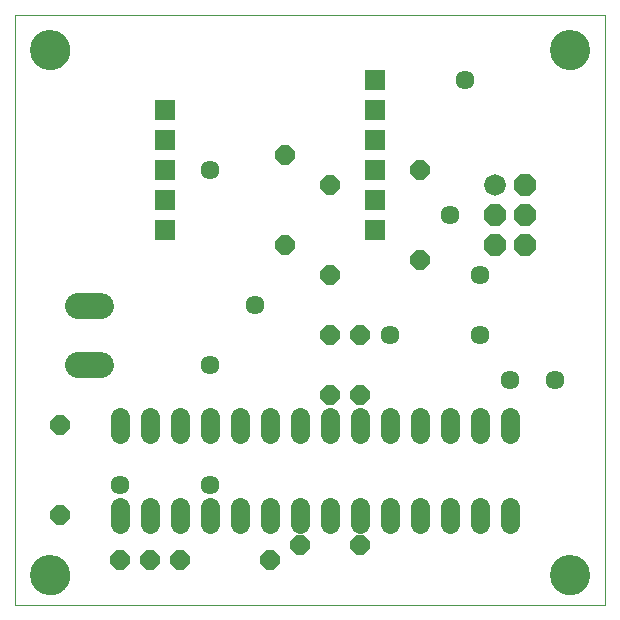
<source format=gts>
G75*
%MOIN*%
%OFA0B0*%
%FSLAX25Y25*%
%IPPOS*%
%LPD*%
%AMOC8*
5,1,8,0,0,1.08239X$1,22.5*
%
%ADD10C,0.00000*%
%ADD11C,0.13398*%
%ADD12OC8,0.06400*%
%ADD13C,0.06400*%
%ADD14R,0.06743X0.06743*%
%ADD15C,0.07200*%
%ADD16OC8,0.07200*%
%ADD17C,0.08600*%
%ADD18C,0.06350*%
D10*
X0011800Y0011800D02*
X0011800Y0208650D01*
X0208650Y0208650D01*
X0208650Y0011800D01*
X0011800Y0011800D01*
X0017312Y0021800D02*
X0017314Y0021958D01*
X0017320Y0022116D01*
X0017330Y0022274D01*
X0017344Y0022432D01*
X0017362Y0022589D01*
X0017383Y0022746D01*
X0017409Y0022902D01*
X0017439Y0023058D01*
X0017472Y0023213D01*
X0017510Y0023366D01*
X0017551Y0023519D01*
X0017596Y0023671D01*
X0017645Y0023822D01*
X0017698Y0023971D01*
X0017754Y0024119D01*
X0017814Y0024265D01*
X0017878Y0024410D01*
X0017946Y0024553D01*
X0018017Y0024695D01*
X0018091Y0024835D01*
X0018169Y0024972D01*
X0018251Y0025108D01*
X0018335Y0025242D01*
X0018424Y0025373D01*
X0018515Y0025502D01*
X0018610Y0025629D01*
X0018707Y0025754D01*
X0018808Y0025876D01*
X0018912Y0025995D01*
X0019019Y0026112D01*
X0019129Y0026226D01*
X0019242Y0026337D01*
X0019357Y0026446D01*
X0019475Y0026551D01*
X0019596Y0026653D01*
X0019719Y0026753D01*
X0019845Y0026849D01*
X0019973Y0026942D01*
X0020103Y0027032D01*
X0020236Y0027118D01*
X0020371Y0027202D01*
X0020507Y0027281D01*
X0020646Y0027358D01*
X0020787Y0027430D01*
X0020929Y0027500D01*
X0021073Y0027565D01*
X0021219Y0027627D01*
X0021366Y0027685D01*
X0021515Y0027740D01*
X0021665Y0027791D01*
X0021816Y0027838D01*
X0021968Y0027881D01*
X0022121Y0027920D01*
X0022276Y0027956D01*
X0022431Y0027987D01*
X0022587Y0028015D01*
X0022743Y0028039D01*
X0022900Y0028059D01*
X0023058Y0028075D01*
X0023215Y0028087D01*
X0023374Y0028095D01*
X0023532Y0028099D01*
X0023690Y0028099D01*
X0023848Y0028095D01*
X0024007Y0028087D01*
X0024164Y0028075D01*
X0024322Y0028059D01*
X0024479Y0028039D01*
X0024635Y0028015D01*
X0024791Y0027987D01*
X0024946Y0027956D01*
X0025101Y0027920D01*
X0025254Y0027881D01*
X0025406Y0027838D01*
X0025557Y0027791D01*
X0025707Y0027740D01*
X0025856Y0027685D01*
X0026003Y0027627D01*
X0026149Y0027565D01*
X0026293Y0027500D01*
X0026435Y0027430D01*
X0026576Y0027358D01*
X0026715Y0027281D01*
X0026851Y0027202D01*
X0026986Y0027118D01*
X0027119Y0027032D01*
X0027249Y0026942D01*
X0027377Y0026849D01*
X0027503Y0026753D01*
X0027626Y0026653D01*
X0027747Y0026551D01*
X0027865Y0026446D01*
X0027980Y0026337D01*
X0028093Y0026226D01*
X0028203Y0026112D01*
X0028310Y0025995D01*
X0028414Y0025876D01*
X0028515Y0025754D01*
X0028612Y0025629D01*
X0028707Y0025502D01*
X0028798Y0025373D01*
X0028887Y0025242D01*
X0028971Y0025108D01*
X0029053Y0024972D01*
X0029131Y0024835D01*
X0029205Y0024695D01*
X0029276Y0024553D01*
X0029344Y0024410D01*
X0029408Y0024265D01*
X0029468Y0024119D01*
X0029524Y0023971D01*
X0029577Y0023822D01*
X0029626Y0023671D01*
X0029671Y0023519D01*
X0029712Y0023366D01*
X0029750Y0023213D01*
X0029783Y0023058D01*
X0029813Y0022902D01*
X0029839Y0022746D01*
X0029860Y0022589D01*
X0029878Y0022432D01*
X0029892Y0022274D01*
X0029902Y0022116D01*
X0029908Y0021958D01*
X0029910Y0021800D01*
X0029908Y0021642D01*
X0029902Y0021484D01*
X0029892Y0021326D01*
X0029878Y0021168D01*
X0029860Y0021011D01*
X0029839Y0020854D01*
X0029813Y0020698D01*
X0029783Y0020542D01*
X0029750Y0020387D01*
X0029712Y0020234D01*
X0029671Y0020081D01*
X0029626Y0019929D01*
X0029577Y0019778D01*
X0029524Y0019629D01*
X0029468Y0019481D01*
X0029408Y0019335D01*
X0029344Y0019190D01*
X0029276Y0019047D01*
X0029205Y0018905D01*
X0029131Y0018765D01*
X0029053Y0018628D01*
X0028971Y0018492D01*
X0028887Y0018358D01*
X0028798Y0018227D01*
X0028707Y0018098D01*
X0028612Y0017971D01*
X0028515Y0017846D01*
X0028414Y0017724D01*
X0028310Y0017605D01*
X0028203Y0017488D01*
X0028093Y0017374D01*
X0027980Y0017263D01*
X0027865Y0017154D01*
X0027747Y0017049D01*
X0027626Y0016947D01*
X0027503Y0016847D01*
X0027377Y0016751D01*
X0027249Y0016658D01*
X0027119Y0016568D01*
X0026986Y0016482D01*
X0026851Y0016398D01*
X0026715Y0016319D01*
X0026576Y0016242D01*
X0026435Y0016170D01*
X0026293Y0016100D01*
X0026149Y0016035D01*
X0026003Y0015973D01*
X0025856Y0015915D01*
X0025707Y0015860D01*
X0025557Y0015809D01*
X0025406Y0015762D01*
X0025254Y0015719D01*
X0025101Y0015680D01*
X0024946Y0015644D01*
X0024791Y0015613D01*
X0024635Y0015585D01*
X0024479Y0015561D01*
X0024322Y0015541D01*
X0024164Y0015525D01*
X0024007Y0015513D01*
X0023848Y0015505D01*
X0023690Y0015501D01*
X0023532Y0015501D01*
X0023374Y0015505D01*
X0023215Y0015513D01*
X0023058Y0015525D01*
X0022900Y0015541D01*
X0022743Y0015561D01*
X0022587Y0015585D01*
X0022431Y0015613D01*
X0022276Y0015644D01*
X0022121Y0015680D01*
X0021968Y0015719D01*
X0021816Y0015762D01*
X0021665Y0015809D01*
X0021515Y0015860D01*
X0021366Y0015915D01*
X0021219Y0015973D01*
X0021073Y0016035D01*
X0020929Y0016100D01*
X0020787Y0016170D01*
X0020646Y0016242D01*
X0020507Y0016319D01*
X0020371Y0016398D01*
X0020236Y0016482D01*
X0020103Y0016568D01*
X0019973Y0016658D01*
X0019845Y0016751D01*
X0019719Y0016847D01*
X0019596Y0016947D01*
X0019475Y0017049D01*
X0019357Y0017154D01*
X0019242Y0017263D01*
X0019129Y0017374D01*
X0019019Y0017488D01*
X0018912Y0017605D01*
X0018808Y0017724D01*
X0018707Y0017846D01*
X0018610Y0017971D01*
X0018515Y0018098D01*
X0018424Y0018227D01*
X0018335Y0018358D01*
X0018251Y0018492D01*
X0018169Y0018628D01*
X0018091Y0018765D01*
X0018017Y0018905D01*
X0017946Y0019047D01*
X0017878Y0019190D01*
X0017814Y0019335D01*
X0017754Y0019481D01*
X0017698Y0019629D01*
X0017645Y0019778D01*
X0017596Y0019929D01*
X0017551Y0020081D01*
X0017510Y0020234D01*
X0017472Y0020387D01*
X0017439Y0020542D01*
X0017409Y0020698D01*
X0017383Y0020854D01*
X0017362Y0021011D01*
X0017344Y0021168D01*
X0017330Y0021326D01*
X0017320Y0021484D01*
X0017314Y0021642D01*
X0017312Y0021800D01*
X0017312Y0196839D02*
X0017314Y0196997D01*
X0017320Y0197155D01*
X0017330Y0197313D01*
X0017344Y0197471D01*
X0017362Y0197628D01*
X0017383Y0197785D01*
X0017409Y0197941D01*
X0017439Y0198097D01*
X0017472Y0198252D01*
X0017510Y0198405D01*
X0017551Y0198558D01*
X0017596Y0198710D01*
X0017645Y0198861D01*
X0017698Y0199010D01*
X0017754Y0199158D01*
X0017814Y0199304D01*
X0017878Y0199449D01*
X0017946Y0199592D01*
X0018017Y0199734D01*
X0018091Y0199874D01*
X0018169Y0200011D01*
X0018251Y0200147D01*
X0018335Y0200281D01*
X0018424Y0200412D01*
X0018515Y0200541D01*
X0018610Y0200668D01*
X0018707Y0200793D01*
X0018808Y0200915D01*
X0018912Y0201034D01*
X0019019Y0201151D01*
X0019129Y0201265D01*
X0019242Y0201376D01*
X0019357Y0201485D01*
X0019475Y0201590D01*
X0019596Y0201692D01*
X0019719Y0201792D01*
X0019845Y0201888D01*
X0019973Y0201981D01*
X0020103Y0202071D01*
X0020236Y0202157D01*
X0020371Y0202241D01*
X0020507Y0202320D01*
X0020646Y0202397D01*
X0020787Y0202469D01*
X0020929Y0202539D01*
X0021073Y0202604D01*
X0021219Y0202666D01*
X0021366Y0202724D01*
X0021515Y0202779D01*
X0021665Y0202830D01*
X0021816Y0202877D01*
X0021968Y0202920D01*
X0022121Y0202959D01*
X0022276Y0202995D01*
X0022431Y0203026D01*
X0022587Y0203054D01*
X0022743Y0203078D01*
X0022900Y0203098D01*
X0023058Y0203114D01*
X0023215Y0203126D01*
X0023374Y0203134D01*
X0023532Y0203138D01*
X0023690Y0203138D01*
X0023848Y0203134D01*
X0024007Y0203126D01*
X0024164Y0203114D01*
X0024322Y0203098D01*
X0024479Y0203078D01*
X0024635Y0203054D01*
X0024791Y0203026D01*
X0024946Y0202995D01*
X0025101Y0202959D01*
X0025254Y0202920D01*
X0025406Y0202877D01*
X0025557Y0202830D01*
X0025707Y0202779D01*
X0025856Y0202724D01*
X0026003Y0202666D01*
X0026149Y0202604D01*
X0026293Y0202539D01*
X0026435Y0202469D01*
X0026576Y0202397D01*
X0026715Y0202320D01*
X0026851Y0202241D01*
X0026986Y0202157D01*
X0027119Y0202071D01*
X0027249Y0201981D01*
X0027377Y0201888D01*
X0027503Y0201792D01*
X0027626Y0201692D01*
X0027747Y0201590D01*
X0027865Y0201485D01*
X0027980Y0201376D01*
X0028093Y0201265D01*
X0028203Y0201151D01*
X0028310Y0201034D01*
X0028414Y0200915D01*
X0028515Y0200793D01*
X0028612Y0200668D01*
X0028707Y0200541D01*
X0028798Y0200412D01*
X0028887Y0200281D01*
X0028971Y0200147D01*
X0029053Y0200011D01*
X0029131Y0199874D01*
X0029205Y0199734D01*
X0029276Y0199592D01*
X0029344Y0199449D01*
X0029408Y0199304D01*
X0029468Y0199158D01*
X0029524Y0199010D01*
X0029577Y0198861D01*
X0029626Y0198710D01*
X0029671Y0198558D01*
X0029712Y0198405D01*
X0029750Y0198252D01*
X0029783Y0198097D01*
X0029813Y0197941D01*
X0029839Y0197785D01*
X0029860Y0197628D01*
X0029878Y0197471D01*
X0029892Y0197313D01*
X0029902Y0197155D01*
X0029908Y0196997D01*
X0029910Y0196839D01*
X0029908Y0196681D01*
X0029902Y0196523D01*
X0029892Y0196365D01*
X0029878Y0196207D01*
X0029860Y0196050D01*
X0029839Y0195893D01*
X0029813Y0195737D01*
X0029783Y0195581D01*
X0029750Y0195426D01*
X0029712Y0195273D01*
X0029671Y0195120D01*
X0029626Y0194968D01*
X0029577Y0194817D01*
X0029524Y0194668D01*
X0029468Y0194520D01*
X0029408Y0194374D01*
X0029344Y0194229D01*
X0029276Y0194086D01*
X0029205Y0193944D01*
X0029131Y0193804D01*
X0029053Y0193667D01*
X0028971Y0193531D01*
X0028887Y0193397D01*
X0028798Y0193266D01*
X0028707Y0193137D01*
X0028612Y0193010D01*
X0028515Y0192885D01*
X0028414Y0192763D01*
X0028310Y0192644D01*
X0028203Y0192527D01*
X0028093Y0192413D01*
X0027980Y0192302D01*
X0027865Y0192193D01*
X0027747Y0192088D01*
X0027626Y0191986D01*
X0027503Y0191886D01*
X0027377Y0191790D01*
X0027249Y0191697D01*
X0027119Y0191607D01*
X0026986Y0191521D01*
X0026851Y0191437D01*
X0026715Y0191358D01*
X0026576Y0191281D01*
X0026435Y0191209D01*
X0026293Y0191139D01*
X0026149Y0191074D01*
X0026003Y0191012D01*
X0025856Y0190954D01*
X0025707Y0190899D01*
X0025557Y0190848D01*
X0025406Y0190801D01*
X0025254Y0190758D01*
X0025101Y0190719D01*
X0024946Y0190683D01*
X0024791Y0190652D01*
X0024635Y0190624D01*
X0024479Y0190600D01*
X0024322Y0190580D01*
X0024164Y0190564D01*
X0024007Y0190552D01*
X0023848Y0190544D01*
X0023690Y0190540D01*
X0023532Y0190540D01*
X0023374Y0190544D01*
X0023215Y0190552D01*
X0023058Y0190564D01*
X0022900Y0190580D01*
X0022743Y0190600D01*
X0022587Y0190624D01*
X0022431Y0190652D01*
X0022276Y0190683D01*
X0022121Y0190719D01*
X0021968Y0190758D01*
X0021816Y0190801D01*
X0021665Y0190848D01*
X0021515Y0190899D01*
X0021366Y0190954D01*
X0021219Y0191012D01*
X0021073Y0191074D01*
X0020929Y0191139D01*
X0020787Y0191209D01*
X0020646Y0191281D01*
X0020507Y0191358D01*
X0020371Y0191437D01*
X0020236Y0191521D01*
X0020103Y0191607D01*
X0019973Y0191697D01*
X0019845Y0191790D01*
X0019719Y0191886D01*
X0019596Y0191986D01*
X0019475Y0192088D01*
X0019357Y0192193D01*
X0019242Y0192302D01*
X0019129Y0192413D01*
X0019019Y0192527D01*
X0018912Y0192644D01*
X0018808Y0192763D01*
X0018707Y0192885D01*
X0018610Y0193010D01*
X0018515Y0193137D01*
X0018424Y0193266D01*
X0018335Y0193397D01*
X0018251Y0193531D01*
X0018169Y0193667D01*
X0018091Y0193804D01*
X0018017Y0193944D01*
X0017946Y0194086D01*
X0017878Y0194229D01*
X0017814Y0194374D01*
X0017754Y0194520D01*
X0017698Y0194668D01*
X0017645Y0194817D01*
X0017596Y0194968D01*
X0017551Y0195120D01*
X0017510Y0195273D01*
X0017472Y0195426D01*
X0017439Y0195581D01*
X0017409Y0195737D01*
X0017383Y0195893D01*
X0017362Y0196050D01*
X0017344Y0196207D01*
X0017330Y0196365D01*
X0017320Y0196523D01*
X0017314Y0196681D01*
X0017312Y0196839D01*
X0190540Y0196839D02*
X0190542Y0196997D01*
X0190548Y0197155D01*
X0190558Y0197313D01*
X0190572Y0197471D01*
X0190590Y0197628D01*
X0190611Y0197785D01*
X0190637Y0197941D01*
X0190667Y0198097D01*
X0190700Y0198252D01*
X0190738Y0198405D01*
X0190779Y0198558D01*
X0190824Y0198710D01*
X0190873Y0198861D01*
X0190926Y0199010D01*
X0190982Y0199158D01*
X0191042Y0199304D01*
X0191106Y0199449D01*
X0191174Y0199592D01*
X0191245Y0199734D01*
X0191319Y0199874D01*
X0191397Y0200011D01*
X0191479Y0200147D01*
X0191563Y0200281D01*
X0191652Y0200412D01*
X0191743Y0200541D01*
X0191838Y0200668D01*
X0191935Y0200793D01*
X0192036Y0200915D01*
X0192140Y0201034D01*
X0192247Y0201151D01*
X0192357Y0201265D01*
X0192470Y0201376D01*
X0192585Y0201485D01*
X0192703Y0201590D01*
X0192824Y0201692D01*
X0192947Y0201792D01*
X0193073Y0201888D01*
X0193201Y0201981D01*
X0193331Y0202071D01*
X0193464Y0202157D01*
X0193599Y0202241D01*
X0193735Y0202320D01*
X0193874Y0202397D01*
X0194015Y0202469D01*
X0194157Y0202539D01*
X0194301Y0202604D01*
X0194447Y0202666D01*
X0194594Y0202724D01*
X0194743Y0202779D01*
X0194893Y0202830D01*
X0195044Y0202877D01*
X0195196Y0202920D01*
X0195349Y0202959D01*
X0195504Y0202995D01*
X0195659Y0203026D01*
X0195815Y0203054D01*
X0195971Y0203078D01*
X0196128Y0203098D01*
X0196286Y0203114D01*
X0196443Y0203126D01*
X0196602Y0203134D01*
X0196760Y0203138D01*
X0196918Y0203138D01*
X0197076Y0203134D01*
X0197235Y0203126D01*
X0197392Y0203114D01*
X0197550Y0203098D01*
X0197707Y0203078D01*
X0197863Y0203054D01*
X0198019Y0203026D01*
X0198174Y0202995D01*
X0198329Y0202959D01*
X0198482Y0202920D01*
X0198634Y0202877D01*
X0198785Y0202830D01*
X0198935Y0202779D01*
X0199084Y0202724D01*
X0199231Y0202666D01*
X0199377Y0202604D01*
X0199521Y0202539D01*
X0199663Y0202469D01*
X0199804Y0202397D01*
X0199943Y0202320D01*
X0200079Y0202241D01*
X0200214Y0202157D01*
X0200347Y0202071D01*
X0200477Y0201981D01*
X0200605Y0201888D01*
X0200731Y0201792D01*
X0200854Y0201692D01*
X0200975Y0201590D01*
X0201093Y0201485D01*
X0201208Y0201376D01*
X0201321Y0201265D01*
X0201431Y0201151D01*
X0201538Y0201034D01*
X0201642Y0200915D01*
X0201743Y0200793D01*
X0201840Y0200668D01*
X0201935Y0200541D01*
X0202026Y0200412D01*
X0202115Y0200281D01*
X0202199Y0200147D01*
X0202281Y0200011D01*
X0202359Y0199874D01*
X0202433Y0199734D01*
X0202504Y0199592D01*
X0202572Y0199449D01*
X0202636Y0199304D01*
X0202696Y0199158D01*
X0202752Y0199010D01*
X0202805Y0198861D01*
X0202854Y0198710D01*
X0202899Y0198558D01*
X0202940Y0198405D01*
X0202978Y0198252D01*
X0203011Y0198097D01*
X0203041Y0197941D01*
X0203067Y0197785D01*
X0203088Y0197628D01*
X0203106Y0197471D01*
X0203120Y0197313D01*
X0203130Y0197155D01*
X0203136Y0196997D01*
X0203138Y0196839D01*
X0203136Y0196681D01*
X0203130Y0196523D01*
X0203120Y0196365D01*
X0203106Y0196207D01*
X0203088Y0196050D01*
X0203067Y0195893D01*
X0203041Y0195737D01*
X0203011Y0195581D01*
X0202978Y0195426D01*
X0202940Y0195273D01*
X0202899Y0195120D01*
X0202854Y0194968D01*
X0202805Y0194817D01*
X0202752Y0194668D01*
X0202696Y0194520D01*
X0202636Y0194374D01*
X0202572Y0194229D01*
X0202504Y0194086D01*
X0202433Y0193944D01*
X0202359Y0193804D01*
X0202281Y0193667D01*
X0202199Y0193531D01*
X0202115Y0193397D01*
X0202026Y0193266D01*
X0201935Y0193137D01*
X0201840Y0193010D01*
X0201743Y0192885D01*
X0201642Y0192763D01*
X0201538Y0192644D01*
X0201431Y0192527D01*
X0201321Y0192413D01*
X0201208Y0192302D01*
X0201093Y0192193D01*
X0200975Y0192088D01*
X0200854Y0191986D01*
X0200731Y0191886D01*
X0200605Y0191790D01*
X0200477Y0191697D01*
X0200347Y0191607D01*
X0200214Y0191521D01*
X0200079Y0191437D01*
X0199943Y0191358D01*
X0199804Y0191281D01*
X0199663Y0191209D01*
X0199521Y0191139D01*
X0199377Y0191074D01*
X0199231Y0191012D01*
X0199084Y0190954D01*
X0198935Y0190899D01*
X0198785Y0190848D01*
X0198634Y0190801D01*
X0198482Y0190758D01*
X0198329Y0190719D01*
X0198174Y0190683D01*
X0198019Y0190652D01*
X0197863Y0190624D01*
X0197707Y0190600D01*
X0197550Y0190580D01*
X0197392Y0190564D01*
X0197235Y0190552D01*
X0197076Y0190544D01*
X0196918Y0190540D01*
X0196760Y0190540D01*
X0196602Y0190544D01*
X0196443Y0190552D01*
X0196286Y0190564D01*
X0196128Y0190580D01*
X0195971Y0190600D01*
X0195815Y0190624D01*
X0195659Y0190652D01*
X0195504Y0190683D01*
X0195349Y0190719D01*
X0195196Y0190758D01*
X0195044Y0190801D01*
X0194893Y0190848D01*
X0194743Y0190899D01*
X0194594Y0190954D01*
X0194447Y0191012D01*
X0194301Y0191074D01*
X0194157Y0191139D01*
X0194015Y0191209D01*
X0193874Y0191281D01*
X0193735Y0191358D01*
X0193599Y0191437D01*
X0193464Y0191521D01*
X0193331Y0191607D01*
X0193201Y0191697D01*
X0193073Y0191790D01*
X0192947Y0191886D01*
X0192824Y0191986D01*
X0192703Y0192088D01*
X0192585Y0192193D01*
X0192470Y0192302D01*
X0192357Y0192413D01*
X0192247Y0192527D01*
X0192140Y0192644D01*
X0192036Y0192763D01*
X0191935Y0192885D01*
X0191838Y0193010D01*
X0191743Y0193137D01*
X0191652Y0193266D01*
X0191563Y0193397D01*
X0191479Y0193531D01*
X0191397Y0193667D01*
X0191319Y0193804D01*
X0191245Y0193944D01*
X0191174Y0194086D01*
X0191106Y0194229D01*
X0191042Y0194374D01*
X0190982Y0194520D01*
X0190926Y0194668D01*
X0190873Y0194817D01*
X0190824Y0194968D01*
X0190779Y0195120D01*
X0190738Y0195273D01*
X0190700Y0195426D01*
X0190667Y0195581D01*
X0190637Y0195737D01*
X0190611Y0195893D01*
X0190590Y0196050D01*
X0190572Y0196207D01*
X0190558Y0196365D01*
X0190548Y0196523D01*
X0190542Y0196681D01*
X0190540Y0196839D01*
X0190540Y0021800D02*
X0190542Y0021958D01*
X0190548Y0022116D01*
X0190558Y0022274D01*
X0190572Y0022432D01*
X0190590Y0022589D01*
X0190611Y0022746D01*
X0190637Y0022902D01*
X0190667Y0023058D01*
X0190700Y0023213D01*
X0190738Y0023366D01*
X0190779Y0023519D01*
X0190824Y0023671D01*
X0190873Y0023822D01*
X0190926Y0023971D01*
X0190982Y0024119D01*
X0191042Y0024265D01*
X0191106Y0024410D01*
X0191174Y0024553D01*
X0191245Y0024695D01*
X0191319Y0024835D01*
X0191397Y0024972D01*
X0191479Y0025108D01*
X0191563Y0025242D01*
X0191652Y0025373D01*
X0191743Y0025502D01*
X0191838Y0025629D01*
X0191935Y0025754D01*
X0192036Y0025876D01*
X0192140Y0025995D01*
X0192247Y0026112D01*
X0192357Y0026226D01*
X0192470Y0026337D01*
X0192585Y0026446D01*
X0192703Y0026551D01*
X0192824Y0026653D01*
X0192947Y0026753D01*
X0193073Y0026849D01*
X0193201Y0026942D01*
X0193331Y0027032D01*
X0193464Y0027118D01*
X0193599Y0027202D01*
X0193735Y0027281D01*
X0193874Y0027358D01*
X0194015Y0027430D01*
X0194157Y0027500D01*
X0194301Y0027565D01*
X0194447Y0027627D01*
X0194594Y0027685D01*
X0194743Y0027740D01*
X0194893Y0027791D01*
X0195044Y0027838D01*
X0195196Y0027881D01*
X0195349Y0027920D01*
X0195504Y0027956D01*
X0195659Y0027987D01*
X0195815Y0028015D01*
X0195971Y0028039D01*
X0196128Y0028059D01*
X0196286Y0028075D01*
X0196443Y0028087D01*
X0196602Y0028095D01*
X0196760Y0028099D01*
X0196918Y0028099D01*
X0197076Y0028095D01*
X0197235Y0028087D01*
X0197392Y0028075D01*
X0197550Y0028059D01*
X0197707Y0028039D01*
X0197863Y0028015D01*
X0198019Y0027987D01*
X0198174Y0027956D01*
X0198329Y0027920D01*
X0198482Y0027881D01*
X0198634Y0027838D01*
X0198785Y0027791D01*
X0198935Y0027740D01*
X0199084Y0027685D01*
X0199231Y0027627D01*
X0199377Y0027565D01*
X0199521Y0027500D01*
X0199663Y0027430D01*
X0199804Y0027358D01*
X0199943Y0027281D01*
X0200079Y0027202D01*
X0200214Y0027118D01*
X0200347Y0027032D01*
X0200477Y0026942D01*
X0200605Y0026849D01*
X0200731Y0026753D01*
X0200854Y0026653D01*
X0200975Y0026551D01*
X0201093Y0026446D01*
X0201208Y0026337D01*
X0201321Y0026226D01*
X0201431Y0026112D01*
X0201538Y0025995D01*
X0201642Y0025876D01*
X0201743Y0025754D01*
X0201840Y0025629D01*
X0201935Y0025502D01*
X0202026Y0025373D01*
X0202115Y0025242D01*
X0202199Y0025108D01*
X0202281Y0024972D01*
X0202359Y0024835D01*
X0202433Y0024695D01*
X0202504Y0024553D01*
X0202572Y0024410D01*
X0202636Y0024265D01*
X0202696Y0024119D01*
X0202752Y0023971D01*
X0202805Y0023822D01*
X0202854Y0023671D01*
X0202899Y0023519D01*
X0202940Y0023366D01*
X0202978Y0023213D01*
X0203011Y0023058D01*
X0203041Y0022902D01*
X0203067Y0022746D01*
X0203088Y0022589D01*
X0203106Y0022432D01*
X0203120Y0022274D01*
X0203130Y0022116D01*
X0203136Y0021958D01*
X0203138Y0021800D01*
X0203136Y0021642D01*
X0203130Y0021484D01*
X0203120Y0021326D01*
X0203106Y0021168D01*
X0203088Y0021011D01*
X0203067Y0020854D01*
X0203041Y0020698D01*
X0203011Y0020542D01*
X0202978Y0020387D01*
X0202940Y0020234D01*
X0202899Y0020081D01*
X0202854Y0019929D01*
X0202805Y0019778D01*
X0202752Y0019629D01*
X0202696Y0019481D01*
X0202636Y0019335D01*
X0202572Y0019190D01*
X0202504Y0019047D01*
X0202433Y0018905D01*
X0202359Y0018765D01*
X0202281Y0018628D01*
X0202199Y0018492D01*
X0202115Y0018358D01*
X0202026Y0018227D01*
X0201935Y0018098D01*
X0201840Y0017971D01*
X0201743Y0017846D01*
X0201642Y0017724D01*
X0201538Y0017605D01*
X0201431Y0017488D01*
X0201321Y0017374D01*
X0201208Y0017263D01*
X0201093Y0017154D01*
X0200975Y0017049D01*
X0200854Y0016947D01*
X0200731Y0016847D01*
X0200605Y0016751D01*
X0200477Y0016658D01*
X0200347Y0016568D01*
X0200214Y0016482D01*
X0200079Y0016398D01*
X0199943Y0016319D01*
X0199804Y0016242D01*
X0199663Y0016170D01*
X0199521Y0016100D01*
X0199377Y0016035D01*
X0199231Y0015973D01*
X0199084Y0015915D01*
X0198935Y0015860D01*
X0198785Y0015809D01*
X0198634Y0015762D01*
X0198482Y0015719D01*
X0198329Y0015680D01*
X0198174Y0015644D01*
X0198019Y0015613D01*
X0197863Y0015585D01*
X0197707Y0015561D01*
X0197550Y0015541D01*
X0197392Y0015525D01*
X0197235Y0015513D01*
X0197076Y0015505D01*
X0196918Y0015501D01*
X0196760Y0015501D01*
X0196602Y0015505D01*
X0196443Y0015513D01*
X0196286Y0015525D01*
X0196128Y0015541D01*
X0195971Y0015561D01*
X0195815Y0015585D01*
X0195659Y0015613D01*
X0195504Y0015644D01*
X0195349Y0015680D01*
X0195196Y0015719D01*
X0195044Y0015762D01*
X0194893Y0015809D01*
X0194743Y0015860D01*
X0194594Y0015915D01*
X0194447Y0015973D01*
X0194301Y0016035D01*
X0194157Y0016100D01*
X0194015Y0016170D01*
X0193874Y0016242D01*
X0193735Y0016319D01*
X0193599Y0016398D01*
X0193464Y0016482D01*
X0193331Y0016568D01*
X0193201Y0016658D01*
X0193073Y0016751D01*
X0192947Y0016847D01*
X0192824Y0016947D01*
X0192703Y0017049D01*
X0192585Y0017154D01*
X0192470Y0017263D01*
X0192357Y0017374D01*
X0192247Y0017488D01*
X0192140Y0017605D01*
X0192036Y0017724D01*
X0191935Y0017846D01*
X0191838Y0017971D01*
X0191743Y0018098D01*
X0191652Y0018227D01*
X0191563Y0018358D01*
X0191479Y0018492D01*
X0191397Y0018628D01*
X0191319Y0018765D01*
X0191245Y0018905D01*
X0191174Y0019047D01*
X0191106Y0019190D01*
X0191042Y0019335D01*
X0190982Y0019481D01*
X0190926Y0019629D01*
X0190873Y0019778D01*
X0190824Y0019929D01*
X0190779Y0020081D01*
X0190738Y0020234D01*
X0190700Y0020387D01*
X0190667Y0020542D01*
X0190637Y0020698D01*
X0190611Y0020854D01*
X0190590Y0021011D01*
X0190572Y0021168D01*
X0190558Y0021326D01*
X0190548Y0021484D01*
X0190542Y0021642D01*
X0190540Y0021800D01*
D11*
X0196839Y0021800D03*
X0196839Y0196839D03*
X0023611Y0196839D03*
X0023611Y0021800D03*
D12*
X0026800Y0041800D03*
X0046800Y0026800D03*
X0056800Y0026800D03*
X0066800Y0026800D03*
X0096800Y0026800D03*
X0106800Y0031800D03*
X0126800Y0031800D03*
X0126800Y0081800D03*
X0116800Y0081800D03*
X0116800Y0101800D03*
X0126800Y0101800D03*
X0116800Y0121800D03*
X0101800Y0131800D03*
X0116800Y0151800D03*
X0101800Y0161800D03*
X0146800Y0156800D03*
X0146800Y0126800D03*
X0026800Y0071800D03*
D13*
X0046800Y0069000D02*
X0046800Y0074600D01*
X0056800Y0074600D02*
X0056800Y0069000D01*
X0066800Y0069000D02*
X0066800Y0074600D01*
X0076800Y0074600D02*
X0076800Y0069000D01*
X0086800Y0069000D02*
X0086800Y0074600D01*
X0096800Y0074600D02*
X0096800Y0069000D01*
X0106800Y0069000D02*
X0106800Y0074600D01*
X0116800Y0074600D02*
X0116800Y0069000D01*
X0126800Y0069000D02*
X0126800Y0074600D01*
X0136800Y0074600D02*
X0136800Y0069000D01*
X0146800Y0069000D02*
X0146800Y0074600D01*
X0156800Y0074600D02*
X0156800Y0069000D01*
X0166800Y0069000D02*
X0166800Y0074600D01*
X0176800Y0074600D02*
X0176800Y0069000D01*
X0176800Y0044600D02*
X0176800Y0039000D01*
X0166800Y0039000D02*
X0166800Y0044600D01*
X0156800Y0044600D02*
X0156800Y0039000D01*
X0146800Y0039000D02*
X0146800Y0044600D01*
X0136800Y0044600D02*
X0136800Y0039000D01*
X0126800Y0039000D02*
X0126800Y0044600D01*
X0116800Y0044600D02*
X0116800Y0039000D01*
X0106800Y0039000D02*
X0106800Y0044600D01*
X0096800Y0044600D02*
X0096800Y0039000D01*
X0086800Y0039000D02*
X0086800Y0044600D01*
X0076800Y0044600D02*
X0076800Y0039000D01*
X0066800Y0039000D02*
X0066800Y0044600D01*
X0056800Y0044600D02*
X0056800Y0039000D01*
X0046800Y0039000D02*
X0046800Y0044600D01*
D14*
X0061800Y0136800D03*
X0061800Y0146800D03*
X0061800Y0156800D03*
X0061800Y0166800D03*
X0061800Y0176800D03*
X0131800Y0176800D03*
X0131800Y0166800D03*
X0131800Y0156800D03*
X0131800Y0146800D03*
X0131800Y0136800D03*
X0131800Y0186800D03*
D15*
X0171800Y0151800D03*
D16*
X0171800Y0141800D03*
X0171800Y0131800D03*
X0181800Y0131800D03*
X0181800Y0141800D03*
X0181800Y0151800D03*
D17*
X0040700Y0111700D02*
X0032900Y0111700D01*
X0032900Y0091900D02*
X0040700Y0091900D01*
D18*
X0046800Y0051800D03*
X0076800Y0051800D03*
X0076800Y0091800D03*
X0091800Y0111800D03*
X0076800Y0156800D03*
X0136800Y0101800D03*
X0166800Y0101800D03*
X0176800Y0086800D03*
X0191800Y0086800D03*
X0166800Y0121800D03*
X0156800Y0141800D03*
X0161800Y0186800D03*
M02*

</source>
